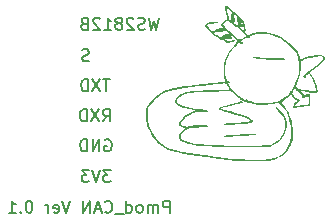
<source format=gbr>
%TF.GenerationSoftware,KiCad,Pcbnew,8.0.0*%
%TF.CreationDate,2024-03-06T18:55:44+09:00*%
%TF.ProjectId,Pmod_CAN,506d6f64-5f43-4414-9e2e-6b696361645f,rev?*%
%TF.SameCoordinates,Original*%
%TF.FileFunction,Legend,Bot*%
%TF.FilePolarity,Positive*%
%FSLAX46Y46*%
G04 Gerber Fmt 4.6, Leading zero omitted, Abs format (unit mm)*
G04 Created by KiCad (PCBNEW 8.0.0) date 2024-03-06 18:55:44*
%MOMM*%
%LPD*%
G01*
G04 APERTURE LIST*
%ADD10C,0.150000*%
%ADD11C,0.000000*%
G04 APERTURE END LIST*
D10*
X143624058Y-104076619D02*
X143005011Y-104076619D01*
X143005011Y-104076619D02*
X143338344Y-104457571D01*
X143338344Y-104457571D02*
X143195487Y-104457571D01*
X143195487Y-104457571D02*
X143100249Y-104505190D01*
X143100249Y-104505190D02*
X143052630Y-104552809D01*
X143052630Y-104552809D02*
X143005011Y-104648047D01*
X143005011Y-104648047D02*
X143005011Y-104886142D01*
X143005011Y-104886142D02*
X143052630Y-104981380D01*
X143052630Y-104981380D02*
X143100249Y-105029000D01*
X143100249Y-105029000D02*
X143195487Y-105076619D01*
X143195487Y-105076619D02*
X143481201Y-105076619D01*
X143481201Y-105076619D02*
X143576439Y-105029000D01*
X143576439Y-105029000D02*
X143624058Y-104981380D01*
X142719296Y-104076619D02*
X142385963Y-105076619D01*
X142385963Y-105076619D02*
X142052630Y-104076619D01*
X141814534Y-104076619D02*
X141195487Y-104076619D01*
X141195487Y-104076619D02*
X141528820Y-104457571D01*
X141528820Y-104457571D02*
X141385963Y-104457571D01*
X141385963Y-104457571D02*
X141290725Y-104505190D01*
X141290725Y-104505190D02*
X141243106Y-104552809D01*
X141243106Y-104552809D02*
X141195487Y-104648047D01*
X141195487Y-104648047D02*
X141195487Y-104886142D01*
X141195487Y-104886142D02*
X141243106Y-104981380D01*
X141243106Y-104981380D02*
X141290725Y-105029000D01*
X141290725Y-105029000D02*
X141385963Y-105076619D01*
X141385963Y-105076619D02*
X141671677Y-105076619D01*
X141671677Y-105076619D02*
X141766915Y-105029000D01*
X141766915Y-105029000D02*
X141814534Y-104981380D01*
X148634220Y-107692819D02*
X148634220Y-106692819D01*
X148634220Y-106692819D02*
X148253268Y-106692819D01*
X148253268Y-106692819D02*
X148158030Y-106740438D01*
X148158030Y-106740438D02*
X148110411Y-106788057D01*
X148110411Y-106788057D02*
X148062792Y-106883295D01*
X148062792Y-106883295D02*
X148062792Y-107026152D01*
X148062792Y-107026152D02*
X148110411Y-107121390D01*
X148110411Y-107121390D02*
X148158030Y-107169009D01*
X148158030Y-107169009D02*
X148253268Y-107216628D01*
X148253268Y-107216628D02*
X148634220Y-107216628D01*
X147634220Y-107692819D02*
X147634220Y-107026152D01*
X147634220Y-107121390D02*
X147586601Y-107073771D01*
X147586601Y-107073771D02*
X147491363Y-107026152D01*
X147491363Y-107026152D02*
X147348506Y-107026152D01*
X147348506Y-107026152D02*
X147253268Y-107073771D01*
X147253268Y-107073771D02*
X147205649Y-107169009D01*
X147205649Y-107169009D02*
X147205649Y-107692819D01*
X147205649Y-107169009D02*
X147158030Y-107073771D01*
X147158030Y-107073771D02*
X147062792Y-107026152D01*
X147062792Y-107026152D02*
X146919935Y-107026152D01*
X146919935Y-107026152D02*
X146824696Y-107073771D01*
X146824696Y-107073771D02*
X146777077Y-107169009D01*
X146777077Y-107169009D02*
X146777077Y-107692819D01*
X146158030Y-107692819D02*
X146253268Y-107645200D01*
X146253268Y-107645200D02*
X146300887Y-107597580D01*
X146300887Y-107597580D02*
X146348506Y-107502342D01*
X146348506Y-107502342D02*
X146348506Y-107216628D01*
X146348506Y-107216628D02*
X146300887Y-107121390D01*
X146300887Y-107121390D02*
X146253268Y-107073771D01*
X146253268Y-107073771D02*
X146158030Y-107026152D01*
X146158030Y-107026152D02*
X146015173Y-107026152D01*
X146015173Y-107026152D02*
X145919935Y-107073771D01*
X145919935Y-107073771D02*
X145872316Y-107121390D01*
X145872316Y-107121390D02*
X145824697Y-107216628D01*
X145824697Y-107216628D02*
X145824697Y-107502342D01*
X145824697Y-107502342D02*
X145872316Y-107597580D01*
X145872316Y-107597580D02*
X145919935Y-107645200D01*
X145919935Y-107645200D02*
X146015173Y-107692819D01*
X146015173Y-107692819D02*
X146158030Y-107692819D01*
X144967554Y-107692819D02*
X144967554Y-106692819D01*
X144967554Y-107645200D02*
X145062792Y-107692819D01*
X145062792Y-107692819D02*
X145253268Y-107692819D01*
X145253268Y-107692819D02*
X145348506Y-107645200D01*
X145348506Y-107645200D02*
X145396125Y-107597580D01*
X145396125Y-107597580D02*
X145443744Y-107502342D01*
X145443744Y-107502342D02*
X145443744Y-107216628D01*
X145443744Y-107216628D02*
X145396125Y-107121390D01*
X145396125Y-107121390D02*
X145348506Y-107073771D01*
X145348506Y-107073771D02*
X145253268Y-107026152D01*
X145253268Y-107026152D02*
X145062792Y-107026152D01*
X145062792Y-107026152D02*
X144967554Y-107073771D01*
X144729459Y-107788057D02*
X143967554Y-107788057D01*
X143158030Y-107597580D02*
X143205649Y-107645200D01*
X143205649Y-107645200D02*
X143348506Y-107692819D01*
X143348506Y-107692819D02*
X143443744Y-107692819D01*
X143443744Y-107692819D02*
X143586601Y-107645200D01*
X143586601Y-107645200D02*
X143681839Y-107549961D01*
X143681839Y-107549961D02*
X143729458Y-107454723D01*
X143729458Y-107454723D02*
X143777077Y-107264247D01*
X143777077Y-107264247D02*
X143777077Y-107121390D01*
X143777077Y-107121390D02*
X143729458Y-106930914D01*
X143729458Y-106930914D02*
X143681839Y-106835676D01*
X143681839Y-106835676D02*
X143586601Y-106740438D01*
X143586601Y-106740438D02*
X143443744Y-106692819D01*
X143443744Y-106692819D02*
X143348506Y-106692819D01*
X143348506Y-106692819D02*
X143205649Y-106740438D01*
X143205649Y-106740438D02*
X143158030Y-106788057D01*
X142777077Y-107407104D02*
X142300887Y-107407104D01*
X142872315Y-107692819D02*
X142538982Y-106692819D01*
X142538982Y-106692819D02*
X142205649Y-107692819D01*
X141872315Y-107692819D02*
X141872315Y-106692819D01*
X141872315Y-106692819D02*
X141300887Y-107692819D01*
X141300887Y-107692819D02*
X141300887Y-106692819D01*
X140205648Y-106692819D02*
X139872315Y-107692819D01*
X139872315Y-107692819D02*
X139538982Y-106692819D01*
X138824696Y-107645200D02*
X138919934Y-107692819D01*
X138919934Y-107692819D02*
X139110410Y-107692819D01*
X139110410Y-107692819D02*
X139205648Y-107645200D01*
X139205648Y-107645200D02*
X139253267Y-107549961D01*
X139253267Y-107549961D02*
X139253267Y-107169009D01*
X139253267Y-107169009D02*
X139205648Y-107073771D01*
X139205648Y-107073771D02*
X139110410Y-107026152D01*
X139110410Y-107026152D02*
X138919934Y-107026152D01*
X138919934Y-107026152D02*
X138824696Y-107073771D01*
X138824696Y-107073771D02*
X138777077Y-107169009D01*
X138777077Y-107169009D02*
X138777077Y-107264247D01*
X138777077Y-107264247D02*
X139253267Y-107359485D01*
X138348505Y-107692819D02*
X138348505Y-107026152D01*
X138348505Y-107216628D02*
X138300886Y-107121390D01*
X138300886Y-107121390D02*
X138253267Y-107073771D01*
X138253267Y-107073771D02*
X138158029Y-107026152D01*
X138158029Y-107026152D02*
X138062791Y-107026152D01*
X136777076Y-106692819D02*
X136681838Y-106692819D01*
X136681838Y-106692819D02*
X136586600Y-106740438D01*
X136586600Y-106740438D02*
X136538981Y-106788057D01*
X136538981Y-106788057D02*
X136491362Y-106883295D01*
X136491362Y-106883295D02*
X136443743Y-107073771D01*
X136443743Y-107073771D02*
X136443743Y-107311866D01*
X136443743Y-107311866D02*
X136491362Y-107502342D01*
X136491362Y-107502342D02*
X136538981Y-107597580D01*
X136538981Y-107597580D02*
X136586600Y-107645200D01*
X136586600Y-107645200D02*
X136681838Y-107692819D01*
X136681838Y-107692819D02*
X136777076Y-107692819D01*
X136777076Y-107692819D02*
X136872314Y-107645200D01*
X136872314Y-107645200D02*
X136919933Y-107597580D01*
X136919933Y-107597580D02*
X136967552Y-107502342D01*
X136967552Y-107502342D02*
X137015171Y-107311866D01*
X137015171Y-107311866D02*
X137015171Y-107073771D01*
X137015171Y-107073771D02*
X136967552Y-106883295D01*
X136967552Y-106883295D02*
X136919933Y-106788057D01*
X136919933Y-106788057D02*
X136872314Y-106740438D01*
X136872314Y-106740438D02*
X136777076Y-106692819D01*
X136015171Y-107597580D02*
X135967552Y-107645200D01*
X135967552Y-107645200D02*
X136015171Y-107692819D01*
X136015171Y-107692819D02*
X136062790Y-107645200D01*
X136062790Y-107645200D02*
X136015171Y-107597580D01*
X136015171Y-107597580D02*
X136015171Y-107692819D01*
X135015172Y-107692819D02*
X135586600Y-107692819D01*
X135300886Y-107692819D02*
X135300886Y-106692819D01*
X135300886Y-106692819D02*
X135396124Y-106835676D01*
X135396124Y-106835676D02*
X135491362Y-106930914D01*
X135491362Y-106930914D02*
X135586600Y-106978533D01*
X141798439Y-94818200D02*
X141655582Y-94865819D01*
X141655582Y-94865819D02*
X141417487Y-94865819D01*
X141417487Y-94865819D02*
X141322249Y-94818200D01*
X141322249Y-94818200D02*
X141274630Y-94770580D01*
X141274630Y-94770580D02*
X141227011Y-94675342D01*
X141227011Y-94675342D02*
X141227011Y-94580104D01*
X141227011Y-94580104D02*
X141274630Y-94484866D01*
X141274630Y-94484866D02*
X141322249Y-94437247D01*
X141322249Y-94437247D02*
X141417487Y-94389628D01*
X141417487Y-94389628D02*
X141607963Y-94342009D01*
X141607963Y-94342009D02*
X141703201Y-94294390D01*
X141703201Y-94294390D02*
X141750820Y-94246771D01*
X141750820Y-94246771D02*
X141798439Y-94151533D01*
X141798439Y-94151533D02*
X141798439Y-94056295D01*
X141798439Y-94056295D02*
X141750820Y-93961057D01*
X141750820Y-93961057D02*
X141703201Y-93913438D01*
X141703201Y-93913438D02*
X141607963Y-93865819D01*
X141607963Y-93865819D02*
X141369868Y-93865819D01*
X141369868Y-93865819D02*
X141227011Y-93913438D01*
X147713458Y-91198819D02*
X147475363Y-92198819D01*
X147475363Y-92198819D02*
X147284887Y-91484533D01*
X147284887Y-91484533D02*
X147094411Y-92198819D01*
X147094411Y-92198819D02*
X146856316Y-91198819D01*
X146522982Y-92151200D02*
X146380125Y-92198819D01*
X146380125Y-92198819D02*
X146142030Y-92198819D01*
X146142030Y-92198819D02*
X146046792Y-92151200D01*
X146046792Y-92151200D02*
X145999173Y-92103580D01*
X145999173Y-92103580D02*
X145951554Y-92008342D01*
X145951554Y-92008342D02*
X145951554Y-91913104D01*
X145951554Y-91913104D02*
X145999173Y-91817866D01*
X145999173Y-91817866D02*
X146046792Y-91770247D01*
X146046792Y-91770247D02*
X146142030Y-91722628D01*
X146142030Y-91722628D02*
X146332506Y-91675009D01*
X146332506Y-91675009D02*
X146427744Y-91627390D01*
X146427744Y-91627390D02*
X146475363Y-91579771D01*
X146475363Y-91579771D02*
X146522982Y-91484533D01*
X146522982Y-91484533D02*
X146522982Y-91389295D01*
X146522982Y-91389295D02*
X146475363Y-91294057D01*
X146475363Y-91294057D02*
X146427744Y-91246438D01*
X146427744Y-91246438D02*
X146332506Y-91198819D01*
X146332506Y-91198819D02*
X146094411Y-91198819D01*
X146094411Y-91198819D02*
X145951554Y-91246438D01*
X145570601Y-91294057D02*
X145522982Y-91246438D01*
X145522982Y-91246438D02*
X145427744Y-91198819D01*
X145427744Y-91198819D02*
X145189649Y-91198819D01*
X145189649Y-91198819D02*
X145094411Y-91246438D01*
X145094411Y-91246438D02*
X145046792Y-91294057D01*
X145046792Y-91294057D02*
X144999173Y-91389295D01*
X144999173Y-91389295D02*
X144999173Y-91484533D01*
X144999173Y-91484533D02*
X145046792Y-91627390D01*
X145046792Y-91627390D02*
X145618220Y-92198819D01*
X145618220Y-92198819D02*
X144999173Y-92198819D01*
X144427744Y-91627390D02*
X144522982Y-91579771D01*
X144522982Y-91579771D02*
X144570601Y-91532152D01*
X144570601Y-91532152D02*
X144618220Y-91436914D01*
X144618220Y-91436914D02*
X144618220Y-91389295D01*
X144618220Y-91389295D02*
X144570601Y-91294057D01*
X144570601Y-91294057D02*
X144522982Y-91246438D01*
X144522982Y-91246438D02*
X144427744Y-91198819D01*
X144427744Y-91198819D02*
X144237268Y-91198819D01*
X144237268Y-91198819D02*
X144142030Y-91246438D01*
X144142030Y-91246438D02*
X144094411Y-91294057D01*
X144094411Y-91294057D02*
X144046792Y-91389295D01*
X144046792Y-91389295D02*
X144046792Y-91436914D01*
X144046792Y-91436914D02*
X144094411Y-91532152D01*
X144094411Y-91532152D02*
X144142030Y-91579771D01*
X144142030Y-91579771D02*
X144237268Y-91627390D01*
X144237268Y-91627390D02*
X144427744Y-91627390D01*
X144427744Y-91627390D02*
X144522982Y-91675009D01*
X144522982Y-91675009D02*
X144570601Y-91722628D01*
X144570601Y-91722628D02*
X144618220Y-91817866D01*
X144618220Y-91817866D02*
X144618220Y-92008342D01*
X144618220Y-92008342D02*
X144570601Y-92103580D01*
X144570601Y-92103580D02*
X144522982Y-92151200D01*
X144522982Y-92151200D02*
X144427744Y-92198819D01*
X144427744Y-92198819D02*
X144237268Y-92198819D01*
X144237268Y-92198819D02*
X144142030Y-92151200D01*
X144142030Y-92151200D02*
X144094411Y-92103580D01*
X144094411Y-92103580D02*
X144046792Y-92008342D01*
X144046792Y-92008342D02*
X144046792Y-91817866D01*
X144046792Y-91817866D02*
X144094411Y-91722628D01*
X144094411Y-91722628D02*
X144142030Y-91675009D01*
X144142030Y-91675009D02*
X144237268Y-91627390D01*
X143094411Y-92198819D02*
X143665839Y-92198819D01*
X143380125Y-92198819D02*
X143380125Y-91198819D01*
X143380125Y-91198819D02*
X143475363Y-91341676D01*
X143475363Y-91341676D02*
X143570601Y-91436914D01*
X143570601Y-91436914D02*
X143665839Y-91484533D01*
X142713458Y-91294057D02*
X142665839Y-91246438D01*
X142665839Y-91246438D02*
X142570601Y-91198819D01*
X142570601Y-91198819D02*
X142332506Y-91198819D01*
X142332506Y-91198819D02*
X142237268Y-91246438D01*
X142237268Y-91246438D02*
X142189649Y-91294057D01*
X142189649Y-91294057D02*
X142142030Y-91389295D01*
X142142030Y-91389295D02*
X142142030Y-91484533D01*
X142142030Y-91484533D02*
X142189649Y-91627390D01*
X142189649Y-91627390D02*
X142761077Y-92198819D01*
X142761077Y-92198819D02*
X142142030Y-92198819D01*
X141380125Y-91675009D02*
X141237268Y-91722628D01*
X141237268Y-91722628D02*
X141189649Y-91770247D01*
X141189649Y-91770247D02*
X141142030Y-91865485D01*
X141142030Y-91865485D02*
X141142030Y-92008342D01*
X141142030Y-92008342D02*
X141189649Y-92103580D01*
X141189649Y-92103580D02*
X141237268Y-92151200D01*
X141237268Y-92151200D02*
X141332506Y-92198819D01*
X141332506Y-92198819D02*
X141713458Y-92198819D01*
X141713458Y-92198819D02*
X141713458Y-91198819D01*
X141713458Y-91198819D02*
X141380125Y-91198819D01*
X141380125Y-91198819D02*
X141284887Y-91246438D01*
X141284887Y-91246438D02*
X141237268Y-91294057D01*
X141237268Y-91294057D02*
X141189649Y-91389295D01*
X141189649Y-91389295D02*
X141189649Y-91484533D01*
X141189649Y-91484533D02*
X141237268Y-91579771D01*
X141237268Y-91579771D02*
X141284887Y-91627390D01*
X141284887Y-91627390D02*
X141380125Y-91675009D01*
X141380125Y-91675009D02*
X141713458Y-91675009D01*
X142982792Y-99945819D02*
X143316125Y-99469628D01*
X143554220Y-99945819D02*
X143554220Y-98945819D01*
X143554220Y-98945819D02*
X143173268Y-98945819D01*
X143173268Y-98945819D02*
X143078030Y-98993438D01*
X143078030Y-98993438D02*
X143030411Y-99041057D01*
X143030411Y-99041057D02*
X142982792Y-99136295D01*
X142982792Y-99136295D02*
X142982792Y-99279152D01*
X142982792Y-99279152D02*
X143030411Y-99374390D01*
X143030411Y-99374390D02*
X143078030Y-99422009D01*
X143078030Y-99422009D02*
X143173268Y-99469628D01*
X143173268Y-99469628D02*
X143554220Y-99469628D01*
X142649458Y-98945819D02*
X141982792Y-99945819D01*
X141982792Y-98945819D02*
X142649458Y-99945819D01*
X141601839Y-99945819D02*
X141601839Y-98945819D01*
X141601839Y-98945819D02*
X141363744Y-98945819D01*
X141363744Y-98945819D02*
X141220887Y-98993438D01*
X141220887Y-98993438D02*
X141125649Y-99088676D01*
X141125649Y-99088676D02*
X141078030Y-99183914D01*
X141078030Y-99183914D02*
X141030411Y-99374390D01*
X141030411Y-99374390D02*
X141030411Y-99517247D01*
X141030411Y-99517247D02*
X141078030Y-99707723D01*
X141078030Y-99707723D02*
X141125649Y-99802961D01*
X141125649Y-99802961D02*
X141220887Y-99898200D01*
X141220887Y-99898200D02*
X141363744Y-99945819D01*
X141363744Y-99945819D02*
X141601839Y-99945819D01*
X143570077Y-96405819D02*
X142998649Y-96405819D01*
X143284363Y-97405819D02*
X143284363Y-96405819D01*
X142760553Y-96405819D02*
X142093887Y-97405819D01*
X142093887Y-96405819D02*
X142760553Y-97405819D01*
X141712934Y-97405819D02*
X141712934Y-96405819D01*
X141712934Y-96405819D02*
X141474839Y-96405819D01*
X141474839Y-96405819D02*
X141331982Y-96453438D01*
X141331982Y-96453438D02*
X141236744Y-96548676D01*
X141236744Y-96548676D02*
X141189125Y-96643914D01*
X141189125Y-96643914D02*
X141141506Y-96834390D01*
X141141506Y-96834390D02*
X141141506Y-96977247D01*
X141141506Y-96977247D02*
X141189125Y-97167723D01*
X141189125Y-97167723D02*
X141236744Y-97262961D01*
X141236744Y-97262961D02*
X141331982Y-97358200D01*
X141331982Y-97358200D02*
X141474839Y-97405819D01*
X141474839Y-97405819D02*
X141712934Y-97405819D01*
X143157411Y-101533438D02*
X143252649Y-101485819D01*
X143252649Y-101485819D02*
X143395506Y-101485819D01*
X143395506Y-101485819D02*
X143538363Y-101533438D01*
X143538363Y-101533438D02*
X143633601Y-101628676D01*
X143633601Y-101628676D02*
X143681220Y-101723914D01*
X143681220Y-101723914D02*
X143728839Y-101914390D01*
X143728839Y-101914390D02*
X143728839Y-102057247D01*
X143728839Y-102057247D02*
X143681220Y-102247723D01*
X143681220Y-102247723D02*
X143633601Y-102342961D01*
X143633601Y-102342961D02*
X143538363Y-102438200D01*
X143538363Y-102438200D02*
X143395506Y-102485819D01*
X143395506Y-102485819D02*
X143300268Y-102485819D01*
X143300268Y-102485819D02*
X143157411Y-102438200D01*
X143157411Y-102438200D02*
X143109792Y-102390580D01*
X143109792Y-102390580D02*
X143109792Y-102057247D01*
X143109792Y-102057247D02*
X143300268Y-102057247D01*
X142681220Y-102485819D02*
X142681220Y-101485819D01*
X142681220Y-101485819D02*
X142109792Y-102485819D01*
X142109792Y-102485819D02*
X142109792Y-101485819D01*
X141633601Y-102485819D02*
X141633601Y-101485819D01*
X141633601Y-101485819D02*
X141395506Y-101485819D01*
X141395506Y-101485819D02*
X141252649Y-101533438D01*
X141252649Y-101533438D02*
X141157411Y-101628676D01*
X141157411Y-101628676D02*
X141109792Y-101723914D01*
X141109792Y-101723914D02*
X141062173Y-101914390D01*
X141062173Y-101914390D02*
X141062173Y-102057247D01*
X141062173Y-102057247D02*
X141109792Y-102247723D01*
X141109792Y-102247723D02*
X141157411Y-102342961D01*
X141157411Y-102342961D02*
X141252649Y-102438200D01*
X141252649Y-102438200D02*
X141395506Y-102485819D01*
X141395506Y-102485819D02*
X141633601Y-102485819D01*
D11*
%TO.C,G\u002A\u002A\u002A*%
G36*
X155950292Y-94500258D02*
G01*
X156197895Y-94531499D01*
X156230104Y-94536186D01*
X156483746Y-94564028D01*
X156800846Y-94586710D01*
X157160181Y-94602967D01*
X157540529Y-94611533D01*
X157749220Y-94614489D01*
X158033064Y-94621790D01*
X158237506Y-94632664D01*
X158367941Y-94647862D01*
X158429767Y-94668135D01*
X158428380Y-94694235D01*
X158369176Y-94726914D01*
X158342923Y-94734740D01*
X158222118Y-94749226D01*
X158036662Y-94755806D01*
X157800437Y-94755303D01*
X157527322Y-94748538D01*
X157231198Y-94736333D01*
X156925946Y-94719511D01*
X156625446Y-94698894D01*
X156343578Y-94675304D01*
X156094222Y-94649562D01*
X155891260Y-94622491D01*
X155748571Y-94594913D01*
X155680036Y-94567650D01*
X155663341Y-94546009D01*
X155679681Y-94507746D01*
X155776443Y-94492418D01*
X155950292Y-94500258D01*
G37*
G36*
X155659980Y-101024223D02*
G01*
X155855602Y-101034261D01*
X155983229Y-101052744D01*
X156033041Y-101079674D01*
X156016989Y-101091345D01*
X155923797Y-101108831D01*
X155753440Y-101125576D01*
X155512467Y-101140988D01*
X155207427Y-101154473D01*
X154958989Y-101164852D01*
X154679923Y-101179285D01*
X154427606Y-101195141D01*
X154222457Y-101211122D01*
X154084896Y-101225927D01*
X153932054Y-101244859D01*
X153716813Y-101263064D01*
X153518929Y-101271045D01*
X153355907Y-101268675D01*
X153245255Y-101255824D01*
X153204480Y-101232365D01*
X153204536Y-101227798D01*
X153209100Y-101206853D01*
X153228452Y-101189691D01*
X153273020Y-101174780D01*
X153353227Y-101160588D01*
X153479500Y-101145585D01*
X153662265Y-101128237D01*
X153911946Y-101107014D01*
X154238969Y-101080384D01*
X154393920Y-101068436D01*
X154763331Y-101044736D01*
X155104025Y-101029464D01*
X155406180Y-101022626D01*
X155659980Y-101024223D01*
G37*
G36*
X154792578Y-98250174D02*
G01*
X154852178Y-98279366D01*
X154855800Y-98324388D01*
X154794266Y-98375131D01*
X154656631Y-98427119D01*
X154437063Y-98483219D01*
X154248129Y-98527316D01*
X154018175Y-98583847D01*
X153820772Y-98635130D01*
X153683676Y-98671295D01*
X153467958Y-98725524D01*
X153279465Y-98770171D01*
X153273873Y-98771435D01*
X153100822Y-98817735D01*
X153015098Y-98858515D01*
X153016201Y-98894213D01*
X153103633Y-98925271D01*
X153138176Y-98933408D01*
X153274616Y-98969660D01*
X153424584Y-99013594D01*
X153455274Y-99022858D01*
X153593739Y-99062844D01*
X153788471Y-99117502D01*
X154018031Y-99180851D01*
X154260980Y-99246910D01*
X154520157Y-99322815D01*
X154806378Y-99420026D01*
X155071158Y-99523253D01*
X155301776Y-99626736D01*
X155485512Y-99724715D01*
X155609647Y-99811429D01*
X155661459Y-99881118D01*
X155661278Y-99909338D01*
X155607569Y-99988200D01*
X155488809Y-100061019D01*
X155321776Y-100119275D01*
X155123248Y-100154446D01*
X155089168Y-100157653D01*
X154925114Y-100170772D01*
X154704988Y-100186097D01*
X154453398Y-100201977D01*
X154194948Y-100216759D01*
X154039568Y-100225155D01*
X153763448Y-100239951D01*
X153559664Y-100250136D01*
X153417559Y-100255636D01*
X153326477Y-100256376D01*
X153275763Y-100252282D01*
X153254762Y-100243282D01*
X153252817Y-100229300D01*
X153259274Y-100210263D01*
X153279022Y-100185712D01*
X153339011Y-100159006D01*
X153445977Y-100135494D01*
X153608129Y-100114140D01*
X153833674Y-100093908D01*
X154130820Y-100073761D01*
X154507778Y-100052664D01*
X154721988Y-100040250D01*
X155027222Y-100016130D01*
X155250932Y-99988118D01*
X155397227Y-99955449D01*
X155470218Y-99917361D01*
X155474015Y-99873088D01*
X155438058Y-99837736D01*
X155318412Y-99767511D01*
X155132125Y-99683732D01*
X154890811Y-99590770D01*
X154606083Y-99492996D01*
X154289553Y-99394781D01*
X153952834Y-99300496D01*
X153722273Y-99238675D01*
X153411226Y-99151568D01*
X153173834Y-99078941D01*
X153002471Y-99017971D01*
X152889511Y-98965833D01*
X152827327Y-98919706D01*
X152808293Y-98876765D01*
X152814620Y-98849378D01*
X152886489Y-98775440D01*
X153028101Y-98703642D01*
X153226491Y-98641285D01*
X153276778Y-98628803D01*
X153585802Y-98551995D01*
X153877302Y-98479372D01*
X154128631Y-98416582D01*
X154317140Y-98369274D01*
X154388334Y-98349503D01*
X154497571Y-98310416D01*
X154550847Y-98278315D01*
X154595759Y-98253074D01*
X154692201Y-98241358D01*
X154792578Y-98250174D01*
G37*
G36*
X155027494Y-92323321D02*
G01*
X155002427Y-92360748D01*
X155025336Y-92417269D01*
X155109840Y-92507991D01*
X155251448Y-92644855D01*
X155537583Y-92554208D01*
X155706489Y-92501150D01*
X155887133Y-92447472D01*
X156024193Y-92413600D01*
X156141006Y-92395009D01*
X156260910Y-92387173D01*
X156407241Y-92385567D01*
X156701699Y-92399508D01*
X157069972Y-92462074D01*
X157446310Y-92580573D01*
X157854478Y-92761171D01*
X158034270Y-92852921D01*
X158416334Y-93073953D01*
X158744157Y-93308972D01*
X159041111Y-93575893D01*
X159330572Y-93892635D01*
X159372958Y-93946398D01*
X159485380Y-94121606D01*
X159582154Y-94315237D01*
X159649974Y-94498384D01*
X159675538Y-94642142D01*
X159681508Y-94689846D01*
X159716202Y-94695349D01*
X159803475Y-94654771D01*
X159920657Y-94602260D01*
X160154918Y-94522187D01*
X160431079Y-94448297D01*
X160724322Y-94385668D01*
X161009832Y-94339378D01*
X161262790Y-94314507D01*
X161458380Y-94316131D01*
X161507239Y-94324877D01*
X161646638Y-94390743D01*
X161748842Y-94497187D01*
X161787472Y-94617529D01*
X161788536Y-94620844D01*
X161783698Y-94649131D01*
X161726062Y-94755274D01*
X161613072Y-94895159D01*
X161457005Y-95056611D01*
X161270135Y-95227454D01*
X161064740Y-95395514D01*
X160853094Y-95548614D01*
X160770682Y-95604857D01*
X160637747Y-95699922D01*
X160546090Y-95771439D01*
X160511933Y-95807116D01*
X160512402Y-95810438D01*
X160545300Y-95865408D01*
X160614156Y-95948843D01*
X160628575Y-95965465D01*
X160723084Y-96105257D01*
X160822399Y-96295812D01*
X160920007Y-96518731D01*
X161009392Y-96755617D01*
X161084042Y-96988073D01*
X161137443Y-97197700D01*
X161163081Y-97366100D01*
X161154443Y-97474876D01*
X161127350Y-97502566D01*
X161021128Y-97529792D01*
X160848590Y-97533388D01*
X160621276Y-97513427D01*
X160350727Y-97469976D01*
X160328293Y-97465744D01*
X160140817Y-97434451D01*
X159970678Y-97412333D01*
X159852268Y-97403945D01*
X159698843Y-97403938D01*
X160057178Y-97762273D01*
X160240828Y-97666550D01*
X160241192Y-97666360D01*
X160360846Y-97609226D01*
X160443861Y-97590677D01*
X160497315Y-97620602D01*
X160528282Y-97708892D01*
X160543839Y-97865435D01*
X160551063Y-98100121D01*
X160551556Y-98125474D01*
X160553930Y-98345174D01*
X160545512Y-98493195D01*
X160544370Y-98497000D01*
X160518127Y-98584449D01*
X160463598Y-98633852D01*
X160373749Y-98656317D01*
X160240401Y-98666759D01*
X160212390Y-98668753D01*
X160054388Y-98685688D01*
X159855031Y-98713008D01*
X159650642Y-98745844D01*
X159480652Y-98774292D01*
X159281353Y-98801846D01*
X159151323Y-98809603D01*
X159080606Y-98797925D01*
X159059247Y-98767168D01*
X159067907Y-98711761D01*
X159120009Y-98581230D01*
X159202440Y-98442567D01*
X159295688Y-98331706D01*
X159382307Y-98239579D01*
X159407419Y-98174480D01*
X159356387Y-98150900D01*
X159311592Y-98137251D01*
X159210449Y-98066879D01*
X159093336Y-97952940D01*
X158980805Y-97813878D01*
X158881082Y-97673559D01*
X158665772Y-97885496D01*
X158549732Y-97989672D01*
X158399403Y-98103767D01*
X158271761Y-98179888D01*
X158198657Y-98216721D01*
X158111616Y-98286355D01*
X158104061Y-98359111D01*
X158171213Y-98447717D01*
X158198679Y-98476704D01*
X158285076Y-98579988D01*
X158377813Y-98702551D01*
X158412895Y-98750739D01*
X158514027Y-98883569D01*
X158599728Y-98988686D01*
X158672069Y-99101537D01*
X158721536Y-99238566D01*
X158729985Y-99276331D01*
X158774589Y-99419525D01*
X158834312Y-99568722D01*
X158874973Y-99667965D01*
X158958655Y-99947691D01*
X159023140Y-100271404D01*
X159065798Y-100613931D01*
X159077336Y-100827066D01*
X159083996Y-100950097D01*
X159075103Y-101254729D01*
X159036487Y-101502653D01*
X158972206Y-101707450D01*
X158873449Y-101957683D01*
X158760693Y-102199886D01*
X158650751Y-102395160D01*
X158590138Y-102477349D01*
X158407043Y-102664047D01*
X158174609Y-102847224D01*
X157917693Y-103010295D01*
X157661150Y-103136677D01*
X157429834Y-103209785D01*
X157288803Y-103237858D01*
X157117299Y-103273470D01*
X156990269Y-103301491D01*
X156982353Y-103303209D01*
X156863993Y-103317262D01*
X156673882Y-103328137D01*
X156426661Y-103335836D01*
X156136973Y-103340362D01*
X155819461Y-103341718D01*
X155488766Y-103339906D01*
X155159532Y-103334928D01*
X154846399Y-103326788D01*
X154564012Y-103315487D01*
X154327011Y-103301028D01*
X154297313Y-103298653D01*
X154078798Y-103277561D01*
X153794020Y-103245577D01*
X153460670Y-103204917D01*
X153096436Y-103157794D01*
X152719008Y-103106425D01*
X152346075Y-103053022D01*
X152268816Y-103041682D01*
X151899431Y-102988197D01*
X151533636Y-102936336D01*
X151188125Y-102888394D01*
X150879593Y-102846665D01*
X150624734Y-102813446D01*
X150440243Y-102791030D01*
X150244744Y-102765899D01*
X149985480Y-102725119D01*
X149745824Y-102680002D01*
X149559827Y-102636523D01*
X149352172Y-102580137D01*
X149137823Y-102524820D01*
X148933336Y-102476383D01*
X148697427Y-102424683D01*
X148677049Y-102419919D01*
X148483490Y-102346756D01*
X148254307Y-102222027D01*
X148008753Y-102059386D01*
X147766077Y-101872487D01*
X147545529Y-101674985D01*
X147366358Y-101480533D01*
X147366125Y-101480244D01*
X147275878Y-101351198D01*
X147164369Y-101166293D01*
X147045746Y-100950179D01*
X146934159Y-100727508D01*
X146924740Y-100707660D01*
X146824935Y-100494091D01*
X146755843Y-100331764D01*
X146710288Y-100194775D01*
X146681092Y-100057217D01*
X146661079Y-99893184D01*
X146643072Y-99676770D01*
X146635570Y-99568485D01*
X146631007Y-99341775D01*
X146761532Y-99341775D01*
X146777604Y-99663139D01*
X146780713Y-99703264D01*
X146797492Y-99894048D01*
X146818131Y-100043254D01*
X146849584Y-100175019D01*
X146898806Y-100313481D01*
X146972752Y-100482780D01*
X147078377Y-100707053D01*
X147143630Y-100841179D01*
X147301269Y-101134035D01*
X147459592Y-101371777D01*
X147636127Y-101575742D01*
X147848401Y-101767268D01*
X148113941Y-101967690D01*
X148162402Y-102001921D01*
X148346690Y-102124333D01*
X148500101Y-102207211D01*
X148652318Y-102264730D01*
X148833024Y-102311064D01*
X148844940Y-102313717D01*
X149041757Y-102359563D01*
X149231515Y-102406919D01*
X149374671Y-102445936D01*
X149456863Y-102470010D01*
X149688303Y-102533124D01*
X149891004Y-102577848D01*
X150103849Y-102611916D01*
X150365721Y-102643062D01*
X150378853Y-102644502D01*
X150546759Y-102665144D01*
X150783886Y-102697031D01*
X151074200Y-102737875D01*
X151401672Y-102785385D01*
X151750269Y-102837274D01*
X152103961Y-102891252D01*
X152133016Y-102895736D01*
X152490101Y-102949587D01*
X152843455Y-103000740D01*
X153176442Y-103046938D01*
X153472421Y-103085922D01*
X153714754Y-103115435D01*
X153886803Y-103133218D01*
X154025756Y-103143328D01*
X154269145Y-103156326D01*
X154556558Y-103167739D01*
X154874795Y-103177401D01*
X155210653Y-103185144D01*
X155550934Y-103190804D01*
X155882436Y-103194214D01*
X156191958Y-103195208D01*
X156466302Y-103193620D01*
X156692265Y-103189285D01*
X156856647Y-103182035D01*
X156946248Y-103171705D01*
X157041180Y-103149574D01*
X157206838Y-103113903D01*
X157383222Y-103078273D01*
X157509165Y-103044984D01*
X157766610Y-102936357D01*
X158029394Y-102782191D01*
X158268917Y-102600331D01*
X158456578Y-102408619D01*
X158674605Y-102076169D01*
X158842309Y-101677557D01*
X158935274Y-101254782D01*
X158947534Y-100827066D01*
X158941249Y-100747393D01*
X158902271Y-100414748D01*
X158846251Y-100098944D01*
X158777980Y-99823703D01*
X158702250Y-99612743D01*
X158681360Y-99564617D01*
X158624712Y-99411393D01*
X158589473Y-99282587D01*
X158544964Y-99156696D01*
X158465910Y-99032707D01*
X158381662Y-98931228D01*
X158306639Y-98829869D01*
X158270490Y-98780620D01*
X158181446Y-98671248D01*
X158075469Y-98549836D01*
X157906076Y-98362589D01*
X157613250Y-98430690D01*
X157485220Y-98456467D01*
X157271930Y-98491432D01*
X157027905Y-98525322D01*
X156784711Y-98553458D01*
X156613507Y-98570407D01*
X156428625Y-98584759D01*
X156285434Y-98586711D01*
X156157160Y-98574870D01*
X156017028Y-98547844D01*
X155838264Y-98504240D01*
X155741274Y-98480314D01*
X155557397Y-98438214D01*
X155407638Y-98408080D01*
X155317479Y-98395244D01*
X155281805Y-98389884D01*
X155156031Y-98348771D01*
X154997679Y-98279413D01*
X154835647Y-98196206D01*
X154698831Y-98113547D01*
X154616127Y-98045831D01*
X154576813Y-98006312D01*
X154521715Y-97976208D01*
X154504199Y-97973165D01*
X154474890Y-97956585D01*
X154425466Y-97916989D01*
X154345028Y-97844941D01*
X154222674Y-97731006D01*
X154047504Y-97565748D01*
X154039637Y-97558349D01*
X153923713Y-97458791D01*
X153830433Y-97394941D01*
X153779351Y-97380320D01*
X153740973Y-97386924D01*
X153623868Y-97395699D01*
X153441151Y-97404756D01*
X153205163Y-97413581D01*
X152928240Y-97421660D01*
X152622721Y-97428480D01*
X152436067Y-97432321D01*
X151846959Y-97449073D01*
X151337596Y-97471955D01*
X150901656Y-97501872D01*
X150532814Y-97539732D01*
X150224748Y-97586441D01*
X149971135Y-97642904D01*
X149765652Y-97710030D01*
X149601976Y-97788724D01*
X149473783Y-97879892D01*
X149358372Y-97995796D01*
X149266651Y-98150276D01*
X149259389Y-98291110D01*
X149337306Y-98415472D01*
X149429375Y-98489090D01*
X149594311Y-98579776D01*
X149812380Y-98662204D01*
X150090564Y-98738208D01*
X150435842Y-98809623D01*
X150855197Y-98878284D01*
X151355607Y-98946026D01*
X151395101Y-98951071D01*
X151645330Y-98989910D01*
X151815839Y-99030349D01*
X151903855Y-99071550D01*
X151906606Y-99112673D01*
X151858403Y-99123567D01*
X151739202Y-99133319D01*
X151568077Y-99140237D01*
X151363581Y-99143275D01*
X151304200Y-99143616D01*
X151071905Y-99149255D01*
X150902859Y-99163358D01*
X150776756Y-99188382D01*
X150673285Y-99226784D01*
X150649589Y-99237774D01*
X150481461Y-99315517D01*
X150318618Y-99390519D01*
X150281536Y-99408429D01*
X150146729Y-99485720D01*
X150045328Y-99560767D01*
X149973738Y-99622299D01*
X149931174Y-99648998D01*
X149914138Y-99659153D01*
X149848607Y-99715653D01*
X149755549Y-99805174D01*
X149676657Y-99889792D01*
X149580026Y-100034215D01*
X149564085Y-100151468D01*
X149629051Y-100247411D01*
X149775146Y-100327900D01*
X149856084Y-100357580D01*
X149981914Y-100387145D01*
X150117878Y-100391789D01*
X150288727Y-100371450D01*
X150519212Y-100326067D01*
X150519632Y-100325976D01*
X150728738Y-100289348D01*
X150951843Y-100264420D01*
X151176236Y-100250706D01*
X151389205Y-100247718D01*
X151578039Y-100254969D01*
X151730024Y-100271972D01*
X151832450Y-100298238D01*
X151872605Y-100333282D01*
X151837776Y-100376615D01*
X151836885Y-100377137D01*
X151769256Y-100395200D01*
X151633460Y-100417657D01*
X151448472Y-100442431D01*
X151233264Y-100467448D01*
X151006812Y-100490632D01*
X150788088Y-100509909D01*
X150596067Y-100523201D01*
X150449723Y-100528435D01*
X150338290Y-100534350D01*
X150184630Y-100573884D01*
X150022713Y-100664172D01*
X149879274Y-100767584D01*
X149689591Y-100947054D01*
X149580617Y-101118969D01*
X149552667Y-101278580D01*
X149606058Y-101421136D01*
X149741105Y-101541886D01*
X149958124Y-101636079D01*
X150311752Y-101733208D01*
X150790340Y-101833724D01*
X151245555Y-101896280D01*
X151362363Y-101906724D01*
X151725151Y-101933659D01*
X152132537Y-101957105D01*
X152575054Y-101977015D01*
X153043235Y-101993347D01*
X153527612Y-102006056D01*
X154018718Y-102015097D01*
X154507085Y-102020426D01*
X154983246Y-102021998D01*
X155437733Y-102019770D01*
X155861080Y-102013697D01*
X156243818Y-102003734D01*
X156576481Y-101989836D01*
X156849600Y-101971961D01*
X157053708Y-101950063D01*
X157179339Y-101924098D01*
X157283702Y-101878130D01*
X157427047Y-101798373D01*
X157585427Y-101699222D01*
X157740514Y-101593237D01*
X157873981Y-101492975D01*
X157967501Y-101410996D01*
X158002747Y-101359859D01*
X158018407Y-101321435D01*
X158074006Y-101228718D01*
X158155967Y-101108723D01*
X158187182Y-101062019D01*
X158297708Y-100835541D01*
X158378104Y-100572613D01*
X158419692Y-100307984D01*
X158413792Y-100076404D01*
X158391794Y-99968321D01*
X158274017Y-99644724D01*
X158085932Y-99328526D01*
X157839001Y-99040389D01*
X157723001Y-98923217D01*
X157631734Y-98817889D01*
X157594894Y-98750099D01*
X157605086Y-98709383D01*
X157643287Y-98700406D01*
X157709411Y-98736462D01*
X157812018Y-98825994D01*
X157960809Y-98976278D01*
X158047850Y-99071386D01*
X158293639Y-99401187D01*
X158462958Y-99738670D01*
X158550449Y-100073864D01*
X158555628Y-100121924D01*
X158549920Y-100382440D01*
X158499264Y-100662672D01*
X158412021Y-100927459D01*
X158296551Y-101141636D01*
X158238138Y-101225939D01*
X158164580Y-101341059D01*
X158124597Y-101415901D01*
X158090493Y-101465324D01*
X157991240Y-101560237D01*
X157848488Y-101674695D01*
X157681381Y-101795078D01*
X157509060Y-101907770D01*
X157350668Y-101999153D01*
X157225348Y-102055610D01*
X157173071Y-102070735D01*
X157090402Y-102087029D01*
X156981036Y-102100556D01*
X156836211Y-102111723D01*
X156647162Y-102120938D01*
X156405126Y-102128609D01*
X156101339Y-102135143D01*
X155727037Y-102140948D01*
X155273458Y-102146433D01*
X155023274Y-102148697D01*
X154331586Y-102149765D01*
X153668750Y-102143234D01*
X153042149Y-102129459D01*
X152459165Y-102108796D01*
X151927181Y-102081600D01*
X151453580Y-102048226D01*
X151045743Y-102009029D01*
X150711055Y-101964366D01*
X150456897Y-101914591D01*
X150281922Y-101870482D01*
X150043172Y-101804752D01*
X149865439Y-101745244D01*
X149732693Y-101685394D01*
X149628904Y-101618639D01*
X149538040Y-101538418D01*
X149482577Y-101482165D01*
X149418328Y-101401066D01*
X149394513Y-101320831D01*
X149405836Y-101212986D01*
X149446998Y-101049062D01*
X149448223Y-101045269D01*
X149494303Y-100976064D01*
X149586895Y-100872248D01*
X149707451Y-100754779D01*
X149728719Y-100735145D01*
X149834370Y-100630500D01*
X149900779Y-100552235D01*
X149914346Y-100516042D01*
X149905215Y-100511553D01*
X149828864Y-100482115D01*
X149714273Y-100443225D01*
X149703223Y-100439565D01*
X149536090Y-100349434D01*
X149446208Y-100224295D01*
X149434335Y-100072361D01*
X149501229Y-99901847D01*
X149647647Y-99720968D01*
X149737629Y-99638562D01*
X149879735Y-99521866D01*
X150033082Y-99406408D01*
X150178127Y-99306178D01*
X150295327Y-99235166D01*
X150365139Y-99207361D01*
X150399530Y-99198620D01*
X150498177Y-99160810D01*
X150627556Y-99103562D01*
X150845952Y-99001471D01*
X150627556Y-98970630D01*
X150487083Y-98949435D01*
X150216788Y-98901136D01*
X149975266Y-98848455D01*
X149782115Y-98795889D01*
X149656934Y-98747933D01*
X149652947Y-98745865D01*
X149550983Y-98699959D01*
X149482320Y-98680812D01*
X149454070Y-98670216D01*
X149371767Y-98614218D01*
X149267454Y-98526253D01*
X149201745Y-98464150D01*
X149135761Y-98382643D01*
X149114599Y-98301271D01*
X149123518Y-98185092D01*
X149135667Y-98115789D01*
X149174437Y-98014816D01*
X149250483Y-97915558D01*
X149381052Y-97791661D01*
X149396084Y-97778401D01*
X149524851Y-97674101D01*
X149645570Y-97602549D01*
X149789927Y-97548358D01*
X149989610Y-97496140D01*
X150060539Y-97480008D01*
X150240910Y-97444775D01*
X150442200Y-97413958D01*
X150671870Y-97387107D01*
X150937376Y-97363773D01*
X151246176Y-97343506D01*
X151605727Y-97325856D01*
X152023489Y-97310375D01*
X152506918Y-97296612D01*
X153063472Y-97284119D01*
X153700609Y-97272445D01*
X153708249Y-97265614D01*
X153696043Y-97207903D01*
X153652460Y-97110527D01*
X153589845Y-96996751D01*
X153520540Y-96889842D01*
X153456890Y-96813066D01*
X153432695Y-96791380D01*
X153387299Y-96763655D01*
X153324570Y-96749635D01*
X153226972Y-96748357D01*
X153076963Y-96758861D01*
X152857006Y-96780186D01*
X152726037Y-96793827D01*
X152425787Y-96826954D01*
X152113824Y-96863316D01*
X151839836Y-96897199D01*
X151784242Y-96904238D01*
X151532168Y-96934188D01*
X151233855Y-96967330D01*
X150921991Y-97000107D01*
X150629264Y-97028961D01*
X150468762Y-97044531D01*
X149902676Y-97107992D01*
X149412524Y-97179456D01*
X148988759Y-97262234D01*
X148621835Y-97359638D01*
X148302205Y-97474980D01*
X148020322Y-97611572D01*
X147766641Y-97772725D01*
X147531613Y-97961752D01*
X147305694Y-98181964D01*
X147270995Y-98218781D01*
X147063690Y-98453953D01*
X146917121Y-98661313D01*
X146823259Y-98863387D01*
X146774073Y-99082699D01*
X146761532Y-99341775D01*
X146631007Y-99341775D01*
X146628968Y-99240441D01*
X146658189Y-98966969D01*
X146731076Y-98727944D01*
X146855472Y-98503240D01*
X147039219Y-98272734D01*
X147290160Y-98016300D01*
X147397145Y-97915722D01*
X147628175Y-97717352D01*
X147859531Y-97549902D01*
X148102177Y-97409515D01*
X148367078Y-97292337D01*
X148665198Y-97194512D01*
X149007502Y-97112186D01*
X149404954Y-97041502D01*
X149868518Y-96978606D01*
X150409160Y-96919643D01*
X150621376Y-96897980D01*
X150947678Y-96863292D01*
X151270999Y-96827513D01*
X151563119Y-96793783D01*
X151795815Y-96765247D01*
X151977701Y-96742448D01*
X152283982Y-96705848D01*
X152593232Y-96670631D01*
X152860344Y-96642020D01*
X153074021Y-96618733D01*
X153222413Y-96597711D01*
X153307611Y-96576909D01*
X153342172Y-96553217D01*
X153338655Y-96523522D01*
X153317553Y-96476089D01*
X153273713Y-96307162D01*
X153241751Y-96080677D01*
X153222350Y-95817814D01*
X153218854Y-95659934D01*
X153341902Y-95659934D01*
X153359641Y-95947080D01*
X153397206Y-96197387D01*
X153413066Y-96269631D01*
X153452911Y-96424719D01*
X153491413Y-96515066D01*
X153537642Y-96557174D01*
X153600668Y-96567542D01*
X153629712Y-96569395D01*
X153699924Y-96599576D01*
X153709176Y-96647057D01*
X153647358Y-96686152D01*
X153616594Y-96695002D01*
X153578916Y-96724835D01*
X153615789Y-96782236D01*
X153632392Y-96803103D01*
X153698250Y-96903944D01*
X153768128Y-97029761D01*
X153822803Y-97117136D01*
X153954965Y-97279127D01*
X154130935Y-97462619D01*
X154332917Y-97651270D01*
X154543114Y-97828739D01*
X154743732Y-97978681D01*
X154916974Y-98084756D01*
X154938357Y-98095647D01*
X155027756Y-98135157D01*
X155074662Y-98132117D01*
X155108486Y-98086851D01*
X155110575Y-98083155D01*
X155144542Y-98043883D01*
X155190140Y-98056910D01*
X155271472Y-98128378D01*
X155356583Y-98190248D01*
X155506703Y-98268122D01*
X155674240Y-98332332D01*
X155881789Y-98383601D01*
X156263490Y-98427939D01*
X156692968Y-98426616D01*
X157153552Y-98380005D01*
X157628571Y-98288480D01*
X157649383Y-98283366D01*
X157911430Y-98196313D01*
X158165964Y-98074181D01*
X158397364Y-97928087D01*
X158590009Y-97769151D01*
X158728278Y-97608489D01*
X158756489Y-97545980D01*
X159009997Y-97545980D01*
X159011204Y-97608029D01*
X159048112Y-97675162D01*
X159155149Y-97818034D01*
X159321873Y-97973645D01*
X159485641Y-98046681D01*
X159495797Y-98048676D01*
X159601038Y-98080326D01*
X159658950Y-98117044D01*
X159659643Y-98118422D01*
X159639688Y-98169814D01*
X159568392Y-98259103D01*
X159460370Y-98367833D01*
X159457143Y-98370821D01*
X159345280Y-98481611D01*
X159265659Y-98573971D01*
X159235330Y-98628174D01*
X159237384Y-98646068D01*
X159268345Y-98676568D01*
X159269620Y-98676404D01*
X159331124Y-98666245D01*
X159452736Y-98644915D01*
X159609506Y-98616787D01*
X159770945Y-98589045D01*
X159989247Y-98554831D01*
X160175263Y-98528990D01*
X160432875Y-98497000D01*
X160417210Y-98152063D01*
X160415269Y-98113244D01*
X160403176Y-97952495D01*
X160387732Y-97832694D01*
X160371791Y-97777372D01*
X160342754Y-97777047D01*
X160258029Y-97813783D01*
X160143923Y-97883923D01*
X160118661Y-97901164D01*
X159979605Y-97987087D01*
X159897308Y-98015029D01*
X159863852Y-97985419D01*
X159871321Y-97898686D01*
X159878136Y-97846842D01*
X159861808Y-97774846D01*
X159802474Y-97690758D01*
X159687730Y-97572547D01*
X159576586Y-97472830D01*
X159465337Y-97389497D01*
X159389402Y-97351242D01*
X159339443Y-97328639D01*
X159307475Y-97259183D01*
X159297874Y-97195547D01*
X159253488Y-97193295D01*
X159183093Y-97256426D01*
X159096387Y-97379413D01*
X159049385Y-97459042D01*
X159009997Y-97545980D01*
X158756489Y-97545980D01*
X158796549Y-97457219D01*
X158826968Y-97377227D01*
X158892852Y-97350211D01*
X158922867Y-97343509D01*
X158984333Y-97283342D01*
X159067468Y-97155966D01*
X159155425Y-96994626D01*
X159323371Y-96994626D01*
X159331029Y-97013410D01*
X159390922Y-97077632D01*
X159490815Y-97155836D01*
X159520237Y-97175472D01*
X159684003Y-97250773D01*
X159875997Y-97273422D01*
X159993729Y-97279897D01*
X160188846Y-97303404D01*
X160379870Y-97337906D01*
X160521943Y-97365197D01*
X160708340Y-97391582D01*
X160856060Y-97402391D01*
X160859712Y-97402419D01*
X160976193Y-97397634D01*
X161024839Y-97375341D01*
X161024982Y-97326901D01*
X161022005Y-97315501D01*
X160999479Y-97211976D01*
X160975215Y-97080599D01*
X160965262Y-97035483D01*
X160915699Y-96881076D01*
X160839493Y-96685683D01*
X160747718Y-96474146D01*
X160651442Y-96271309D01*
X160561739Y-96102014D01*
X160489679Y-95991104D01*
X160397060Y-95876884D01*
X160256951Y-95993853D01*
X160198877Y-96045925D01*
X160151594Y-96112920D01*
X160167675Y-96161656D01*
X160192755Y-96203737D01*
X160147688Y-96239666D01*
X160068912Y-96255868D01*
X159966100Y-96239579D01*
X159907671Y-96185493D01*
X159908909Y-96171583D01*
X159957294Y-96103405D01*
X160062447Y-95998705D01*
X160212834Y-95867277D01*
X160396924Y-95718917D01*
X160603183Y-95563420D01*
X160820078Y-95410580D01*
X160873456Y-95373492D01*
X161055702Y-95235810D01*
X161235494Y-95085505D01*
X161399149Y-94935551D01*
X161532986Y-94798922D01*
X161623321Y-94688590D01*
X161656474Y-94617529D01*
X161649997Y-94579041D01*
X161582058Y-94496152D01*
X161458380Y-94450616D01*
X161305740Y-94446285D01*
X161094787Y-94465144D01*
X160848708Y-94503030D01*
X160587965Y-94555387D01*
X160333021Y-94617656D01*
X160104337Y-94685278D01*
X159922376Y-94753696D01*
X159807600Y-94818351D01*
X159807380Y-94818533D01*
X159775543Y-94868395D01*
X159753601Y-94964972D01*
X159739601Y-95122007D01*
X159731589Y-95353246D01*
X159726980Y-95456532D01*
X159722908Y-95547793D01*
X159683675Y-95907777D01*
X159618378Y-96245916D01*
X159531686Y-96540421D01*
X159428264Y-96769504D01*
X159396487Y-96826152D01*
X159344073Y-96932248D01*
X159323371Y-96994626D01*
X159155425Y-96994626D01*
X159177560Y-96954024D01*
X159273701Y-96765114D01*
X159369883Y-96560468D01*
X159438926Y-96385252D01*
X159490955Y-96213010D01*
X159536097Y-96017283D01*
X159550803Y-95943339D01*
X159610652Y-95456532D01*
X159601279Y-95002711D01*
X159523852Y-94588597D01*
X159379537Y-94220909D01*
X159169501Y-93906369D01*
X158818686Y-93547260D01*
X158404530Y-93218842D01*
X157952413Y-92940061D01*
X157481831Y-92722909D01*
X157012279Y-92579379D01*
X156863101Y-92552640D01*
X156622929Y-92528130D01*
X156379724Y-92520717D01*
X156163164Y-92530986D01*
X156002926Y-92559519D01*
X155959452Y-92572522D01*
X155813041Y-92613277D01*
X155654986Y-92654304D01*
X155578074Y-92676064D01*
X155540419Y-92694271D01*
X155461003Y-92732671D01*
X155402956Y-92810508D01*
X155393026Y-92833218D01*
X155343129Y-92897996D01*
X155295008Y-92913972D01*
X155273458Y-92869796D01*
X155273245Y-92863190D01*
X155254589Y-92831869D01*
X155197627Y-92838847D01*
X155090838Y-92887828D01*
X154922700Y-92982513D01*
X154910566Y-92989683D01*
X154785415Y-93071676D01*
X154703229Y-93140294D01*
X154681269Y-93181325D01*
X154691237Y-93193173D01*
X154746041Y-93199437D01*
X154757735Y-93197339D01*
X154806746Y-93232086D01*
X154855290Y-93302201D01*
X154877271Y-93373141D01*
X154855946Y-93397874D01*
X154784746Y-93396440D01*
X154693825Y-93365315D01*
X154615089Y-93311947D01*
X154607230Y-93304131D01*
X154571414Y-93274627D01*
X154534319Y-93268623D01*
X154484172Y-93294278D01*
X154409199Y-93359751D01*
X154297626Y-93473201D01*
X154137681Y-93642786D01*
X154095181Y-93688453D01*
X153895187Y-93917428D01*
X153758239Y-94101893D01*
X153687755Y-94237330D01*
X153672867Y-94279798D01*
X153627204Y-94385269D01*
X153590178Y-94439017D01*
X153588416Y-94440158D01*
X153534634Y-94516594D01*
X153471332Y-94679712D01*
X153398351Y-94929916D01*
X153365784Y-95103592D01*
X153343959Y-95368066D01*
X153341902Y-95659934D01*
X153218854Y-95659934D01*
X153216193Y-95539752D01*
X153223960Y-95267670D01*
X153246334Y-95022747D01*
X153283997Y-94826161D01*
X153368115Y-94583712D01*
X153543232Y-94230736D01*
X153773142Y-93880634D01*
X154043568Y-93557261D01*
X154171593Y-93418885D01*
X154286501Y-93287970D01*
X154364377Y-93191312D01*
X154393042Y-93143338D01*
X154393008Y-93142617D01*
X154362374Y-93097317D01*
X154286601Y-93017789D01*
X154183649Y-92920051D01*
X154071480Y-92820120D01*
X153968057Y-92734013D01*
X153891340Y-92677750D01*
X153859290Y-92667346D01*
X153852649Y-92704683D01*
X153860312Y-92787304D01*
X153921734Y-92825775D01*
X153998562Y-92860101D01*
X154001851Y-92897729D01*
X153934245Y-92928490D01*
X153932660Y-92929211D01*
X153798761Y-92946892D01*
X153736541Y-92950643D01*
X153565488Y-92965684D01*
X153424787Y-92983929D01*
X153270916Y-93009901D01*
X153446797Y-93096444D01*
X153449092Y-93097572D01*
X153573412Y-93149519D01*
X153673588Y-93158340D01*
X153798761Y-93128514D01*
X153834644Y-93116912D01*
X153954996Y-93070936D01*
X154031736Y-93031011D01*
X154065415Y-93013419D01*
X154136628Y-93035981D01*
X154149023Y-93050070D01*
X154165970Y-93126446D01*
X154108918Y-93194094D01*
X153989231Y-93237477D01*
X153822510Y-93266769D01*
X153670868Y-93290123D01*
X153568448Y-93296743D01*
X153494188Y-93285596D01*
X153427026Y-93255646D01*
X153345901Y-93205859D01*
X153295639Y-93175603D01*
X153161844Y-93106183D01*
X153055871Y-93065327D01*
X152974000Y-93034117D01*
X152894578Y-92977731D01*
X152866258Y-92952108D01*
X152850521Y-92941731D01*
X153080205Y-92941731D01*
X153116439Y-92957837D01*
X153139743Y-92954660D01*
X153145786Y-92928490D01*
X153139334Y-92923221D01*
X153087092Y-92928490D01*
X153080205Y-92941731D01*
X152850521Y-92941731D01*
X152769245Y-92888138D01*
X152641614Y-92819672D01*
X152600979Y-92796595D01*
X152484234Y-92712366D01*
X152338070Y-92591465D01*
X152181300Y-92451598D01*
X152302834Y-92451598D01*
X152544559Y-92601594D01*
X152616327Y-92646207D01*
X152777842Y-92746271D01*
X152883996Y-92808128D01*
X152949811Y-92836914D01*
X152990312Y-92837760D01*
X153020522Y-92815800D01*
X153055463Y-92776168D01*
X153073410Y-92757801D01*
X153199327Y-92666257D01*
X153358057Y-92588692D01*
X153516045Y-92539147D01*
X153639737Y-92531664D01*
X153754381Y-92553580D01*
X153644509Y-92466228D01*
X153547384Y-92387636D01*
X153438580Y-92297071D01*
X153408527Y-92272708D01*
X153343256Y-92241924D01*
X153294860Y-92272697D01*
X153293710Y-92274051D01*
X153223233Y-92317249D01*
X153087221Y-92355480D01*
X152878170Y-92390344D01*
X152588579Y-92423442D01*
X152302834Y-92451598D01*
X152181300Y-92451598D01*
X152176351Y-92447183D01*
X152012943Y-92292809D01*
X151861711Y-92141634D01*
X151736522Y-92006947D01*
X151651240Y-91902039D01*
X151619732Y-91840199D01*
X151622040Y-91818353D01*
X151684652Y-91726652D01*
X151828988Y-91642902D01*
X152049986Y-91570276D01*
X152114757Y-91555133D01*
X152304232Y-91524953D01*
X152485725Y-91513584D01*
X152639633Y-91520561D01*
X152746353Y-91545420D01*
X152786283Y-91587699D01*
X152785515Y-91594979D01*
X152749781Y-91627232D01*
X152651531Y-91646916D01*
X152478137Y-91656862D01*
X152476483Y-91656909D01*
X152284945Y-91671002D01*
X152101045Y-91699189D01*
X151944848Y-91736665D01*
X151836417Y-91778625D01*
X151795815Y-91820264D01*
X151802045Y-91844314D01*
X151852237Y-91919595D01*
X151957639Y-92038222D01*
X152124120Y-92207109D01*
X152211992Y-92291440D01*
X152277121Y-92339954D01*
X152318221Y-92339395D01*
X152355366Y-92297619D01*
X152362391Y-92288589D01*
X152449894Y-92220040D01*
X152570571Y-92164013D01*
X152577698Y-92161639D01*
X152720636Y-92107577D01*
X152845564Y-92050864D01*
X152860865Y-92042988D01*
X152980787Y-91996604D01*
X153062973Y-92009758D01*
X153134941Y-92085770D01*
X153188849Y-92143613D01*
X153231617Y-92153000D01*
X153232562Y-92151905D01*
X153223539Y-92101497D01*
X153174296Y-92015623D01*
X153104522Y-91921092D01*
X153033905Y-91844714D01*
X152982136Y-91813296D01*
X152972027Y-91812843D01*
X152934978Y-91783112D01*
X152954687Y-91731534D01*
X153113498Y-91731534D01*
X153294026Y-91947155D01*
X153378089Y-92041518D01*
X153524678Y-92188485D01*
X153658668Y-92305211D01*
X153709144Y-92345282D01*
X153847233Y-92459695D01*
X153957093Y-92553580D01*
X154012305Y-92600763D01*
X154178770Y-92746762D01*
X154280450Y-92836545D01*
X154405103Y-92944247D01*
X154493449Y-93017612D01*
X154530936Y-93044344D01*
X154542738Y-93041228D01*
X154616467Y-93005827D01*
X154728318Y-92942521D01*
X154855313Y-92865512D01*
X154974473Y-92788999D01*
X155062819Y-92727185D01*
X155097375Y-92694271D01*
X155074417Y-92660239D01*
X154998513Y-92576915D01*
X154882123Y-92459329D01*
X154738287Y-92321034D01*
X154558146Y-92156554D01*
X154329996Y-91966682D01*
X154279601Y-91929654D01*
X154560301Y-91929654D01*
X154572710Y-91965746D01*
X154636334Y-92044518D01*
X154737659Y-92143452D01*
X154934847Y-92319536D01*
X154904079Y-92121442D01*
X154899199Y-92089782D01*
X154871917Y-91906912D01*
X154847423Y-91735087D01*
X154843518Y-91709358D01*
X154795528Y-91561675D01*
X154700835Y-91460879D01*
X154580134Y-91374932D01*
X154632502Y-91527261D01*
X154639159Y-91546190D01*
X154681711Y-91651054D01*
X154715039Y-91709759D01*
X154723914Y-91721170D01*
X154728476Y-91739985D01*
X154744385Y-91805598D01*
X154733967Y-91905368D01*
X154696266Y-91970411D01*
X154670730Y-91978166D01*
X154613727Y-91946299D01*
X154595281Y-91924964D01*
X154560301Y-91929654D01*
X154279601Y-91929654D01*
X154085425Y-91786982D01*
X153813078Y-91606557D01*
X154044089Y-91606557D01*
X154047604Y-91609224D01*
X154101148Y-91649817D01*
X154189880Y-91717064D01*
X154205797Y-91728906D01*
X154297445Y-91788874D01*
X154354958Y-91813296D01*
X154370831Y-91806472D01*
X154390680Y-91739985D01*
X154384072Y-91620224D01*
X154351241Y-91468871D01*
X154332292Y-91351811D01*
X154348548Y-91220261D01*
X154350562Y-91214822D01*
X154361181Y-91139815D01*
X154327291Y-91059766D01*
X154238108Y-90948104D01*
X154088561Y-90778808D01*
X154086974Y-90954891D01*
X154086986Y-90968132D01*
X154101145Y-91138639D01*
X154133548Y-91304441D01*
X154158919Y-91416631D01*
X154151101Y-91485656D01*
X154103501Y-91535095D01*
X154059100Y-91573633D01*
X154044089Y-91606557D01*
X153813078Y-91606557D01*
X153792990Y-91593249D01*
X153710171Y-91526272D01*
X153660755Y-91434610D01*
X153690230Y-91354722D01*
X153740875Y-91337583D01*
X153805786Y-91395099D01*
X153825221Y-91419041D01*
X153850140Y-91434188D01*
X153862202Y-91399798D01*
X153863931Y-91303090D01*
X153857849Y-91131281D01*
X153854831Y-91046467D01*
X153855663Y-90890278D01*
X153869547Y-90805057D01*
X153897808Y-90779115D01*
X153938178Y-90768550D01*
X153931325Y-90720967D01*
X153852958Y-90632732D01*
X153701245Y-90501259D01*
X153669343Y-90475411D01*
X153566817Y-90397851D01*
X153502003Y-90367151D01*
X153471972Y-90390933D01*
X153473795Y-90476819D01*
X153504543Y-90632429D01*
X153561285Y-90865384D01*
X153582239Y-90950137D01*
X153617703Y-91125043D01*
X153617795Y-91249740D01*
X153573983Y-91349316D01*
X153477739Y-91448858D01*
X153320532Y-91573451D01*
X153113498Y-91731534D01*
X152954687Y-91731534D01*
X152960868Y-91715358D01*
X153042211Y-91621447D01*
X153171517Y-91513242D01*
X153264831Y-91444102D01*
X153389145Y-91344330D01*
X153457785Y-91262013D01*
X153480110Y-91173855D01*
X153465482Y-91056566D01*
X153423263Y-90886850D01*
X153379697Y-90689311D01*
X153349947Y-90489035D01*
X153337756Y-90314931D01*
X153344466Y-90186726D01*
X153371418Y-90124148D01*
X153379873Y-90122121D01*
X153449139Y-90149934D01*
X153567549Y-90228074D01*
X153724131Y-90347553D01*
X153907914Y-90499382D01*
X154107923Y-90674574D01*
X154313188Y-90864139D01*
X154512736Y-91059089D01*
X154611022Y-91159172D01*
X154776863Y-91335712D01*
X154886925Y-91467301D01*
X154948314Y-91562873D01*
X154968139Y-91631359D01*
X154974640Y-91704033D01*
X154996854Y-91848627D01*
X155028860Y-92011390D01*
X155045491Y-92090408D01*
X155064019Y-92211904D01*
X155058054Y-92281959D01*
X155030291Y-92319536D01*
X155027494Y-92323321D01*
G37*
%TD*%
M02*

</source>
